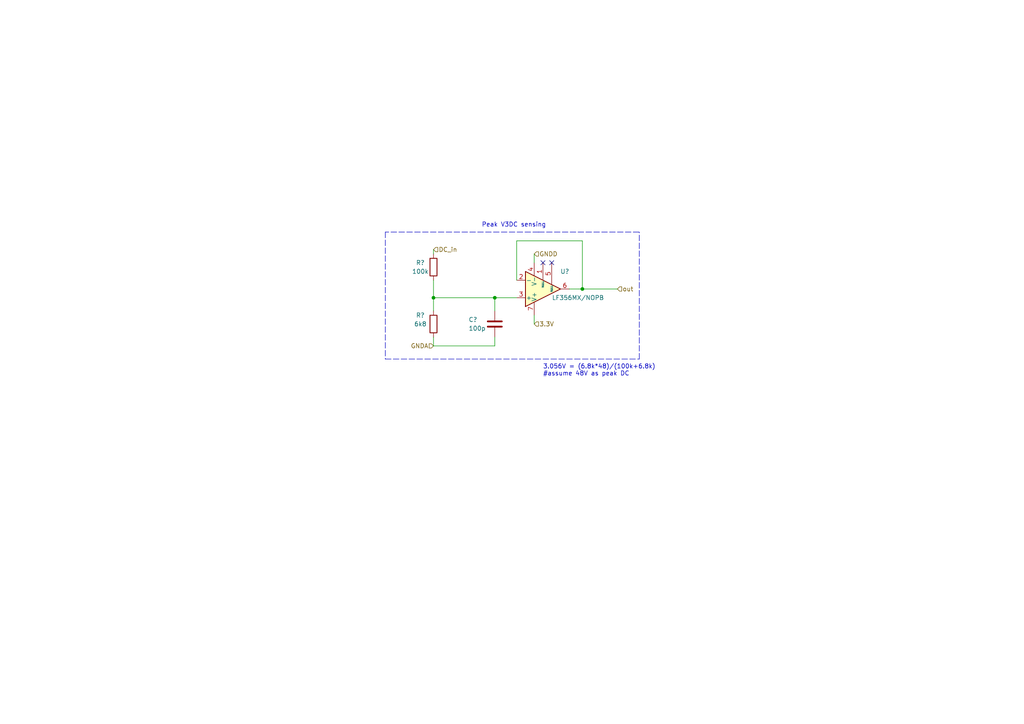
<source format=kicad_sch>
(kicad_sch (version 20211123) (generator eeschema)
  (paper "A4")
  (lib_symbols
    (symbol "Amplifier_Operational:LF356" (pin_names (offset 0.127))
      (property "Reference" "U" (at 0 6.35 0))
      (property "Value" "LF356" (at 0 3.81 0))
      (symbol "LF356_0_1"
        (polyline (pts (xy -5.08 5.08) (xy 5.08 0) (xy -5.08 -5.08) (xy -5.08 5.08)) (stroke (width 0.254)) (fill (type background)))
      )
      (symbol "LF356_1_1"
        (pin input line (at 0 -7.62 90) (length 5.08) (name "NULL") (number "1"))
        (pin input line (at -7.62 -2.54 0) (length 2.54) (name "-") (number "2"))
        (pin input line (at -7.62 2.54 0) (length 2.54) (name "+") (number "3"))
        (pin power_in line (at -2.54 -7.62 90) (length 3.81) (name "V-") (number "4"))
        (pin input line (at 2.54 -7.62 90) (length 6.35) (name "NULL") (number "5"))
        (pin output line (at 7.62 0 180) (length 2.54) (name "~") (number "6"))
        (pin power_in line (at -2.54 7.62 270) (length 3.81) (name "V+") (number "7"))
        (pin no_connect line (at 0 2.54 270) (length 2.54) hide (name "NC") (number "8"))
      )
    )
    (symbol "Device:C" (pin_numbers hide) (pin_names (offset 0.254))
      (property "Reference" "C" (at 0.635 2.54 0))
      (property "Value" "C" (at 0.635 -2.54 0))
      (symbol "C_0_1"
        (polyline (pts (xy -2.032 -0.762) (xy 2.032 -0.762)) (stroke (width 0.508)))
        (polyline (pts (xy -2.032 0.762) (xy 2.032 0.762)) (stroke (width 0.508)))
      )
      (symbol "C_1_1"
        (pin passive line (at 0 3.81 270) (length 2.794) (name "~") (number "1"))
        (pin passive line (at 0 -3.81 90) (length 2.794) (name "~") (number "2"))
      )
    )
    (symbol "Device:R" (pin_numbers hide) (pin_names (offset 0))
      (property "Reference" "R" (at 2.032 0 90))
      (property "Value" "R" (at 0 0 90))
      (symbol "R_0_1"
        (rectangle (start -1.016 -2.54) (end 1.016 2.54) (stroke (width 0.254)))
      )
      (symbol "R_1_1"
        (pin passive line (at 0 3.81 270) (length 1.27) (name "~") (number "1"))
        (pin passive line (at 0 -3.81 90) (length 1.27) (name "~") (number "2"))
      )
    )
  )
  (junction (at 143.51 86.36))
  (junction (at 168.91 83.82))
  (junction (at 125.73 86.36))
  (no_connect (at 160.02 76.2))
  (no_connect (at 157.48 76.2))
  (wire (pts (xy 168.91 69.85) (xy 168.91 83.82)))
  (polyline (pts (xy 156.21 67.31) (xy 111.76 67.31)))
  (wire (pts (xy 143.51 86.36) (xy 149.86 86.36)))
  (polyline (pts (xy 156.21 67.31) (xy 185.42 67.31)))
  (wire (pts (xy 125.73 72.39) (xy 125.73 73.66)))
  (wire (pts (xy 125.73 86.36) (xy 125.73 90.17)))
  (wire (pts (xy 125.73 86.36) (xy 143.51 86.36)))
  (wire (pts (xy 125.73 100.33) (xy 143.51 100.33)))
  (wire (pts (xy 154.94 91.44) (xy 154.94 93.98)))
  (wire (pts (xy 125.73 97.79) (xy 125.73 100.33)))
  (wire (pts (xy 149.86 69.85) (xy 168.91 69.85)))
  (polyline (pts (xy 111.76 67.31) (xy 111.76 104.14)))
  (wire (pts (xy 154.94 73.66) (xy 154.94 76.2)))
  (wire (pts (xy 125.73 81.28) (xy 125.73 86.36)))
  (wire (pts (xy 143.51 100.33) (xy 143.51 97.79)))
  (wire (pts (xy 168.91 83.82) (xy 179.07 83.82)))
  (polyline (pts (xy 185.42 104.14) (xy 185.42 67.31)))
  (wire (pts (xy 143.51 86.36) (xy 143.51 90.17)))
  (wire (pts (xy 165.1 83.82) (xy 168.91 83.82)))
  (wire (pts (xy 149.86 69.85) (xy 149.86 81.28)))
  (polyline (pts (xy 111.76 104.14) (xy 185.42 104.14)))
  (text "3.056V = (6.8k*48)/(100k+6.8k)\n#assume 48V as peak DC" (at 157.48 109.22 0) (effects (font (size 1.27 1.27)) (justify left bottom)))
  (text "Peak V3DC sensing" (at 139.7 66.04 0) (effects (font (size 1.27 1.27)) (justify left bottom)))
  (hierarchical_label "GNDA" (shape input) (at 125.73 100.33 180))
  (hierarchical_label "GNDD" (shape input) (at 154.94 73.66 0))
  (hierarchical_label "3.3V" (shape input) (at 154.94 93.98 0))
  (hierarchical_label "out" (shape input) (at 179.07 83.82 0))
  (hierarchical_label "DC_in" (shape input) (at 125.73 72.39 0))
  (symbol (lib_id "Device:C") (at 143.51 93.98 0) (unit 1)
    (property "Reference" "C?" (at 135.89 92.71 0) (effects (justify left)))
    (property "Value" "100p" (at 135.89 95.25 0) (effects (justify left)))
  )
  (symbol (lib_id "Device:R") (at 125.73 77.47 180) (unit 1)
    (property "Reference" "R?" (at 121.92 76.2 0))
    (property "Value" "100k" (at 121.92 78.74 0))
  )
  (symbol (lib_id "Amplifier_Operational:LF356") (at 157.48 83.82 0) (mirror x) (unit 1)
    (property "Reference" "U?" (at 163.83 78.74 0))
    (property "Value" "LF356MX/NOPB" (at 167.64 86.36 0))
    (property "Datasheet" "http://www.ti.com/lit/ds/symlink/lf357.pdf" (effects hide))
  )
  (symbol (lib_id "Device:R") (at 125.73 93.98 180) (unit 1)
    (property "Reference" "R?" (at 121.92 91.44 0))
    (property "Value" "6k8" (at 121.92 93.98 0))
  )
)
</source>
